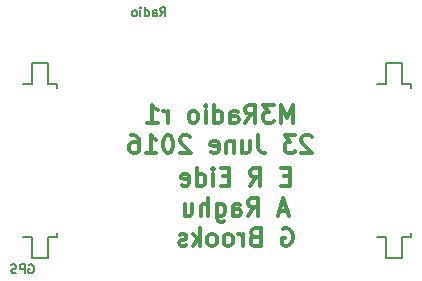
<source format=gbo>
G04 #@! TF.FileFunction,Legend,Bot*
%FSLAX46Y46*%
G04 Gerber Fmt 4.6, Leading zero omitted, Abs format (unit mm)*
G04 Created by KiCad (PCBNEW 4.1.0-alpha+201605071002+6776~44~ubuntu14.04.1-product) date Sun 26 Jun 2016 15:37:52 BST*
%MOMM*%
%LPD*%
G01*
G04 APERTURE LIST*
%ADD10C,0.100000*%
%ADD11C,0.300000*%
%ADD12C,0.187500*%
%ADD13C,0.150000*%
%ADD14R,2.220000X0.740000*%
%ADD15C,1.200000*%
G04 APERTURE END LIST*
D10*
D11*
X106407142Y-96803571D02*
X106407142Y-95303571D01*
X105907142Y-96375000D01*
X105407142Y-95303571D01*
X105407142Y-96803571D01*
X104835714Y-95303571D02*
X103907142Y-95303571D01*
X104407142Y-95875000D01*
X104192857Y-95875000D01*
X104050000Y-95946428D01*
X103978571Y-96017857D01*
X103907142Y-96160714D01*
X103907142Y-96517857D01*
X103978571Y-96660714D01*
X104050000Y-96732142D01*
X104192857Y-96803571D01*
X104621428Y-96803571D01*
X104764285Y-96732142D01*
X104835714Y-96660714D01*
X102407142Y-96803571D02*
X102907142Y-96089285D01*
X103264285Y-96803571D02*
X103264285Y-95303571D01*
X102692857Y-95303571D01*
X102550000Y-95375000D01*
X102478571Y-95446428D01*
X102407142Y-95589285D01*
X102407142Y-95803571D01*
X102478571Y-95946428D01*
X102550000Y-96017857D01*
X102692857Y-96089285D01*
X103264285Y-96089285D01*
X101121428Y-96803571D02*
X101121428Y-96017857D01*
X101192857Y-95875000D01*
X101335714Y-95803571D01*
X101621428Y-95803571D01*
X101764285Y-95875000D01*
X101121428Y-96732142D02*
X101264285Y-96803571D01*
X101621428Y-96803571D01*
X101764285Y-96732142D01*
X101835714Y-96589285D01*
X101835714Y-96446428D01*
X101764285Y-96303571D01*
X101621428Y-96232142D01*
X101264285Y-96232142D01*
X101121428Y-96160714D01*
X99764285Y-96803571D02*
X99764285Y-95303571D01*
X99764285Y-96732142D02*
X99907142Y-96803571D01*
X100192857Y-96803571D01*
X100335714Y-96732142D01*
X100407142Y-96660714D01*
X100478571Y-96517857D01*
X100478571Y-96089285D01*
X100407142Y-95946428D01*
X100335714Y-95875000D01*
X100192857Y-95803571D01*
X99907142Y-95803571D01*
X99764285Y-95875000D01*
X99050000Y-96803571D02*
X99050000Y-95803571D01*
X99050000Y-95303571D02*
X99121428Y-95375000D01*
X99050000Y-95446428D01*
X98978571Y-95375000D01*
X99050000Y-95303571D01*
X99050000Y-95446428D01*
X98121428Y-96803571D02*
X98264285Y-96732142D01*
X98335714Y-96660714D01*
X98407142Y-96517857D01*
X98407142Y-96089285D01*
X98335714Y-95946428D01*
X98264285Y-95875000D01*
X98121428Y-95803571D01*
X97907142Y-95803571D01*
X97764285Y-95875000D01*
X97692857Y-95946428D01*
X97621428Y-96089285D01*
X97621428Y-96517857D01*
X97692857Y-96660714D01*
X97764285Y-96732142D01*
X97907142Y-96803571D01*
X98121428Y-96803571D01*
X95835714Y-96803571D02*
X95835714Y-95803571D01*
X95835714Y-96089285D02*
X95764285Y-95946428D01*
X95692857Y-95875000D01*
X95550000Y-95803571D01*
X95407142Y-95803571D01*
X94121428Y-96803571D02*
X94978571Y-96803571D01*
X94550000Y-96803571D02*
X94550000Y-95303571D01*
X94692857Y-95517857D01*
X94835714Y-95660714D01*
X94978571Y-95732142D01*
X108014285Y-97996428D02*
X107942857Y-97925000D01*
X107800000Y-97853571D01*
X107442857Y-97853571D01*
X107300000Y-97925000D01*
X107228571Y-97996428D01*
X107157142Y-98139285D01*
X107157142Y-98282142D01*
X107228571Y-98496428D01*
X108085714Y-99353571D01*
X107157142Y-99353571D01*
X106657142Y-97853571D02*
X105728571Y-97853571D01*
X106228571Y-98425000D01*
X106014285Y-98425000D01*
X105871428Y-98496428D01*
X105800000Y-98567857D01*
X105728571Y-98710714D01*
X105728571Y-99067857D01*
X105800000Y-99210714D01*
X105871428Y-99282142D01*
X106014285Y-99353571D01*
X106442857Y-99353571D01*
X106585714Y-99282142D01*
X106657142Y-99210714D01*
X103514285Y-97853571D02*
X103514285Y-98925000D01*
X103585714Y-99139285D01*
X103728571Y-99282142D01*
X103942857Y-99353571D01*
X104085714Y-99353571D01*
X102157142Y-98353571D02*
X102157142Y-99353571D01*
X102800000Y-98353571D02*
X102800000Y-99139285D01*
X102728571Y-99282142D01*
X102585714Y-99353571D01*
X102371428Y-99353571D01*
X102228571Y-99282142D01*
X102157142Y-99210714D01*
X101442857Y-98353571D02*
X101442857Y-99353571D01*
X101442857Y-98496428D02*
X101371428Y-98425000D01*
X101228571Y-98353571D01*
X101014285Y-98353571D01*
X100871428Y-98425000D01*
X100800000Y-98567857D01*
X100800000Y-99353571D01*
X99514285Y-99282142D02*
X99657142Y-99353571D01*
X99942857Y-99353571D01*
X100085714Y-99282142D01*
X100157142Y-99139285D01*
X100157142Y-98567857D01*
X100085714Y-98425000D01*
X99942857Y-98353571D01*
X99657142Y-98353571D01*
X99514285Y-98425000D01*
X99442857Y-98567857D01*
X99442857Y-98710714D01*
X100157142Y-98853571D01*
X97728571Y-97996428D02*
X97657142Y-97925000D01*
X97514285Y-97853571D01*
X97157142Y-97853571D01*
X97014285Y-97925000D01*
X96942857Y-97996428D01*
X96871428Y-98139285D01*
X96871428Y-98282142D01*
X96942857Y-98496428D01*
X97800000Y-99353571D01*
X96871428Y-99353571D01*
X95942857Y-97853571D02*
X95800000Y-97853571D01*
X95657142Y-97925000D01*
X95585714Y-97996428D01*
X95514285Y-98139285D01*
X95442857Y-98425000D01*
X95442857Y-98782142D01*
X95514285Y-99067857D01*
X95585714Y-99210714D01*
X95657142Y-99282142D01*
X95800000Y-99353571D01*
X95942857Y-99353571D01*
X96085714Y-99282142D01*
X96157142Y-99210714D01*
X96228571Y-99067857D01*
X96300000Y-98782142D01*
X96300000Y-98425000D01*
X96228571Y-98139285D01*
X96157142Y-97996428D01*
X96085714Y-97925000D01*
X95942857Y-97853571D01*
X94014285Y-99353571D02*
X94871428Y-99353571D01*
X94442857Y-99353571D02*
X94442857Y-97853571D01*
X94585714Y-98067857D01*
X94728571Y-98210714D01*
X94871428Y-98282142D01*
X92728571Y-97853571D02*
X93014285Y-97853571D01*
X93157142Y-97925000D01*
X93228571Y-97996428D01*
X93371428Y-98210714D01*
X93442857Y-98496428D01*
X93442857Y-99067857D01*
X93371428Y-99210714D01*
X93300000Y-99282142D01*
X93157142Y-99353571D01*
X92871428Y-99353571D01*
X92728571Y-99282142D01*
X92657142Y-99210714D01*
X92585714Y-99067857D01*
X92585714Y-98710714D01*
X92657142Y-98567857D01*
X92728571Y-98496428D01*
X92871428Y-98425000D01*
X93157142Y-98425000D01*
X93300000Y-98496428D01*
X93371428Y-98567857D01*
X93442857Y-98710714D01*
X106171428Y-101342857D02*
X105671428Y-101342857D01*
X105457142Y-102128571D02*
X106171428Y-102128571D01*
X106171428Y-100628571D01*
X105457142Y-100628571D01*
X102814285Y-102128571D02*
X103314285Y-101414285D01*
X103671428Y-102128571D02*
X103671428Y-100628571D01*
X103100000Y-100628571D01*
X102957142Y-100700000D01*
X102885714Y-100771428D01*
X102814285Y-100914285D01*
X102814285Y-101128571D01*
X102885714Y-101271428D01*
X102957142Y-101342857D01*
X103100000Y-101414285D01*
X103671428Y-101414285D01*
X101028571Y-101342857D02*
X100528571Y-101342857D01*
X100314285Y-102128571D02*
X101028571Y-102128571D01*
X101028571Y-100628571D01*
X100314285Y-100628571D01*
X99671428Y-102128571D02*
X99671428Y-101128571D01*
X99671428Y-100628571D02*
X99742857Y-100700000D01*
X99671428Y-100771428D01*
X99600000Y-100700000D01*
X99671428Y-100628571D01*
X99671428Y-100771428D01*
X98314285Y-102128571D02*
X98314285Y-100628571D01*
X98314285Y-102057142D02*
X98457142Y-102128571D01*
X98742857Y-102128571D01*
X98885714Y-102057142D01*
X98957142Y-101985714D01*
X99028571Y-101842857D01*
X99028571Y-101414285D01*
X98957142Y-101271428D01*
X98885714Y-101200000D01*
X98742857Y-101128571D01*
X98457142Y-101128571D01*
X98314285Y-101200000D01*
X97028571Y-102057142D02*
X97171428Y-102128571D01*
X97457142Y-102128571D01*
X97600000Y-102057142D01*
X97671428Y-101914285D01*
X97671428Y-101342857D01*
X97600000Y-101200000D01*
X97457142Y-101128571D01*
X97171428Y-101128571D01*
X97028571Y-101200000D01*
X96957142Y-101342857D01*
X96957142Y-101485714D01*
X97671428Y-101628571D01*
X105992857Y-104250000D02*
X105278571Y-104250000D01*
X106135714Y-104678571D02*
X105635714Y-103178571D01*
X105135714Y-104678571D01*
X102635714Y-104678571D02*
X103135714Y-103964285D01*
X103492857Y-104678571D02*
X103492857Y-103178571D01*
X102921428Y-103178571D01*
X102778571Y-103250000D01*
X102707142Y-103321428D01*
X102635714Y-103464285D01*
X102635714Y-103678571D01*
X102707142Y-103821428D01*
X102778571Y-103892857D01*
X102921428Y-103964285D01*
X103492857Y-103964285D01*
X101350000Y-104678571D02*
X101350000Y-103892857D01*
X101421428Y-103750000D01*
X101564285Y-103678571D01*
X101850000Y-103678571D01*
X101992857Y-103750000D01*
X101350000Y-104607142D02*
X101492857Y-104678571D01*
X101850000Y-104678571D01*
X101992857Y-104607142D01*
X102064285Y-104464285D01*
X102064285Y-104321428D01*
X101992857Y-104178571D01*
X101850000Y-104107142D01*
X101492857Y-104107142D01*
X101350000Y-104035714D01*
X99992857Y-103678571D02*
X99992857Y-104892857D01*
X100064285Y-105035714D01*
X100135714Y-105107142D01*
X100278571Y-105178571D01*
X100492857Y-105178571D01*
X100635714Y-105107142D01*
X99992857Y-104607142D02*
X100135714Y-104678571D01*
X100421428Y-104678571D01*
X100564285Y-104607142D01*
X100635714Y-104535714D01*
X100707142Y-104392857D01*
X100707142Y-103964285D01*
X100635714Y-103821428D01*
X100564285Y-103750000D01*
X100421428Y-103678571D01*
X100135714Y-103678571D01*
X99992857Y-103750000D01*
X99278571Y-104678571D02*
X99278571Y-103178571D01*
X98635714Y-104678571D02*
X98635714Y-103892857D01*
X98707142Y-103750000D01*
X98850000Y-103678571D01*
X99064285Y-103678571D01*
X99207142Y-103750000D01*
X99278571Y-103821428D01*
X97278571Y-103678571D02*
X97278571Y-104678571D01*
X97921428Y-103678571D02*
X97921428Y-104464285D01*
X97850000Y-104607142D01*
X97707142Y-104678571D01*
X97492857Y-104678571D01*
X97350000Y-104607142D01*
X97278571Y-104535714D01*
X105564285Y-105800000D02*
X105707142Y-105728571D01*
X105921428Y-105728571D01*
X106135714Y-105800000D01*
X106278571Y-105942857D01*
X106350000Y-106085714D01*
X106421428Y-106371428D01*
X106421428Y-106585714D01*
X106350000Y-106871428D01*
X106278571Y-107014285D01*
X106135714Y-107157142D01*
X105921428Y-107228571D01*
X105778571Y-107228571D01*
X105564285Y-107157142D01*
X105492857Y-107085714D01*
X105492857Y-106585714D01*
X105778571Y-106585714D01*
X103207142Y-106442857D02*
X102992857Y-106514285D01*
X102921428Y-106585714D01*
X102850000Y-106728571D01*
X102850000Y-106942857D01*
X102921428Y-107085714D01*
X102992857Y-107157142D01*
X103135714Y-107228571D01*
X103707142Y-107228571D01*
X103707142Y-105728571D01*
X103207142Y-105728571D01*
X103064285Y-105800000D01*
X102992857Y-105871428D01*
X102921428Y-106014285D01*
X102921428Y-106157142D01*
X102992857Y-106300000D01*
X103064285Y-106371428D01*
X103207142Y-106442857D01*
X103707142Y-106442857D01*
X102207142Y-107228571D02*
X102207142Y-106228571D01*
X102207142Y-106514285D02*
X102135714Y-106371428D01*
X102064285Y-106300000D01*
X101921428Y-106228571D01*
X101778571Y-106228571D01*
X101064285Y-107228571D02*
X101207142Y-107157142D01*
X101278571Y-107085714D01*
X101350000Y-106942857D01*
X101350000Y-106514285D01*
X101278571Y-106371428D01*
X101207142Y-106300000D01*
X101064285Y-106228571D01*
X100850000Y-106228571D01*
X100707142Y-106300000D01*
X100635714Y-106371428D01*
X100564285Y-106514285D01*
X100564285Y-106942857D01*
X100635714Y-107085714D01*
X100707142Y-107157142D01*
X100850000Y-107228571D01*
X101064285Y-107228571D01*
X99707142Y-107228571D02*
X99850000Y-107157142D01*
X99921428Y-107085714D01*
X99992857Y-106942857D01*
X99992857Y-106514285D01*
X99921428Y-106371428D01*
X99850000Y-106300000D01*
X99707142Y-106228571D01*
X99492857Y-106228571D01*
X99350000Y-106300000D01*
X99278571Y-106371428D01*
X99207142Y-106514285D01*
X99207142Y-106942857D01*
X99278571Y-107085714D01*
X99350000Y-107157142D01*
X99492857Y-107228571D01*
X99707142Y-107228571D01*
X98564285Y-107228571D02*
X98564285Y-105728571D01*
X98421428Y-106657142D02*
X97992857Y-107228571D01*
X97992857Y-106228571D02*
X98564285Y-106800000D01*
X97421428Y-107157142D02*
X97278571Y-107228571D01*
X96992857Y-107228571D01*
X96850000Y-107157142D01*
X96778571Y-107014285D01*
X96778571Y-106942857D01*
X96850000Y-106800000D01*
X96992857Y-106728571D01*
X97207142Y-106728571D01*
X97350000Y-106657142D01*
X97421428Y-106514285D01*
X97421428Y-106442857D01*
X97350000Y-106300000D01*
X97207142Y-106228571D01*
X96992857Y-106228571D01*
X96850000Y-106300000D01*
D12*
X95214285Y-87789285D02*
X95464285Y-87432142D01*
X95642857Y-87789285D02*
X95642857Y-87039285D01*
X95357142Y-87039285D01*
X95285714Y-87075000D01*
X95250000Y-87110714D01*
X95214285Y-87182142D01*
X95214285Y-87289285D01*
X95250000Y-87360714D01*
X95285714Y-87396428D01*
X95357142Y-87432142D01*
X95642857Y-87432142D01*
X94571428Y-87789285D02*
X94571428Y-87396428D01*
X94607142Y-87325000D01*
X94678571Y-87289285D01*
X94821428Y-87289285D01*
X94892857Y-87325000D01*
X94571428Y-87753571D02*
X94642857Y-87789285D01*
X94821428Y-87789285D01*
X94892857Y-87753571D01*
X94928571Y-87682142D01*
X94928571Y-87610714D01*
X94892857Y-87539285D01*
X94821428Y-87503571D01*
X94642857Y-87503571D01*
X94571428Y-87467857D01*
X93892857Y-87789285D02*
X93892857Y-87039285D01*
X93892857Y-87753571D02*
X93964285Y-87789285D01*
X94107142Y-87789285D01*
X94178571Y-87753571D01*
X94214285Y-87717857D01*
X94250000Y-87646428D01*
X94250000Y-87432142D01*
X94214285Y-87360714D01*
X94178571Y-87325000D01*
X94107142Y-87289285D01*
X93964285Y-87289285D01*
X93892857Y-87325000D01*
X93535714Y-87789285D02*
X93535714Y-87289285D01*
X93535714Y-87039285D02*
X93571428Y-87075000D01*
X93535714Y-87110714D01*
X93500000Y-87075000D01*
X93535714Y-87039285D01*
X93535714Y-87110714D01*
X93071428Y-87789285D02*
X93142857Y-87753571D01*
X93178571Y-87717857D01*
X93214285Y-87646428D01*
X93214285Y-87432142D01*
X93178571Y-87360714D01*
X93142857Y-87325000D01*
X93071428Y-87289285D01*
X92964285Y-87289285D01*
X92892857Y-87325000D01*
X92857142Y-87360714D01*
X92821428Y-87432142D01*
X92821428Y-87646428D01*
X92857142Y-87717857D01*
X92892857Y-87753571D01*
X92964285Y-87789285D01*
X93071428Y-87789285D01*
X84085714Y-108825000D02*
X84157142Y-108789285D01*
X84264285Y-108789285D01*
X84371428Y-108825000D01*
X84442857Y-108896428D01*
X84478571Y-108967857D01*
X84514285Y-109110714D01*
X84514285Y-109217857D01*
X84478571Y-109360714D01*
X84442857Y-109432142D01*
X84371428Y-109503571D01*
X84264285Y-109539285D01*
X84192857Y-109539285D01*
X84085714Y-109503571D01*
X84050000Y-109467857D01*
X84050000Y-109217857D01*
X84192857Y-109217857D01*
X83728571Y-109539285D02*
X83728571Y-108789285D01*
X83442857Y-108789285D01*
X83371428Y-108825000D01*
X83335714Y-108860714D01*
X83300000Y-108932142D01*
X83300000Y-109039285D01*
X83335714Y-109110714D01*
X83371428Y-109146428D01*
X83442857Y-109182142D01*
X83728571Y-109182142D01*
X83014285Y-109503571D02*
X82907142Y-109539285D01*
X82728571Y-109539285D01*
X82657142Y-109503571D01*
X82621428Y-109467857D01*
X82585714Y-109396428D01*
X82585714Y-109325000D01*
X82621428Y-109253571D01*
X82657142Y-109217857D01*
X82728571Y-109182142D01*
X82871428Y-109146428D01*
X82942857Y-109110714D01*
X82978571Y-109075000D01*
X83014285Y-109003571D01*
X83014285Y-108932142D01*
X82978571Y-108860714D01*
X82942857Y-108825000D01*
X82871428Y-108789285D01*
X82692857Y-108789285D01*
X82585714Y-108825000D01*
D13*
X83550000Y-106465000D02*
X84315000Y-106465000D01*
X84315000Y-106465000D02*
X84315000Y-108245000D01*
X84315000Y-108245000D02*
X85685000Y-108245000D01*
X85685000Y-108245000D02*
X85685000Y-106465000D01*
X85685000Y-106465000D02*
X86450000Y-106465000D01*
X86450000Y-106465000D02*
X86450000Y-106165000D01*
X86450000Y-93835000D02*
X86450000Y-93535000D01*
X86450000Y-93535000D02*
X85685000Y-93535000D01*
X85685000Y-93535000D02*
X85685000Y-91755000D01*
X85685000Y-91755000D02*
X84315000Y-91755000D01*
X84315000Y-91755000D02*
X84315000Y-93535000D01*
X84315000Y-93535000D02*
X83550000Y-93535000D01*
X113550000Y-106465000D02*
X114315000Y-106465000D01*
X114315000Y-106465000D02*
X114315000Y-108245000D01*
X114315000Y-108245000D02*
X115685000Y-108245000D01*
X115685000Y-108245000D02*
X115685000Y-106465000D01*
X115685000Y-106465000D02*
X116450000Y-106465000D01*
X116450000Y-106465000D02*
X116450000Y-106165000D01*
X116450000Y-93835000D02*
X116450000Y-93535000D01*
X116450000Y-93535000D02*
X115685000Y-93535000D01*
X115685000Y-93535000D02*
X115685000Y-91755000D01*
X115685000Y-91755000D02*
X114315000Y-91755000D01*
X114315000Y-91755000D02*
X114315000Y-93535000D01*
X114315000Y-93535000D02*
X113550000Y-93535000D01*
%LPC*%
D14*
X83635000Y-94285000D03*
X86365000Y-94285000D03*
X83635000Y-95555000D03*
X86365000Y-95555000D03*
X83635000Y-96825000D03*
X86365000Y-96825000D03*
X83635000Y-98095000D03*
X86365000Y-98095000D03*
X83635000Y-99365000D03*
X86365000Y-99365000D03*
X83635000Y-100635000D03*
X86365000Y-100635000D03*
X83635000Y-101905000D03*
X86365000Y-101905000D03*
X83635000Y-103175000D03*
X86365000Y-103175000D03*
X83635000Y-104445000D03*
X86365000Y-104445000D03*
X83635000Y-105715000D03*
X86365000Y-105715000D03*
D15*
X85000000Y-107305000D03*
X85000000Y-92695000D03*
D14*
X113635000Y-94285000D03*
X116365000Y-94285000D03*
X113635000Y-95555000D03*
X116365000Y-95555000D03*
X113635000Y-96825000D03*
X116365000Y-96825000D03*
X113635000Y-98095000D03*
X116365000Y-98095000D03*
X113635000Y-99365000D03*
X116365000Y-99365000D03*
X113635000Y-100635000D03*
X116365000Y-100635000D03*
X113635000Y-101905000D03*
X116365000Y-101905000D03*
X113635000Y-103175000D03*
X116365000Y-103175000D03*
X113635000Y-104445000D03*
X116365000Y-104445000D03*
X113635000Y-105715000D03*
X116365000Y-105715000D03*
D15*
X115000000Y-107305000D03*
X115000000Y-92695000D03*
M02*

</source>
